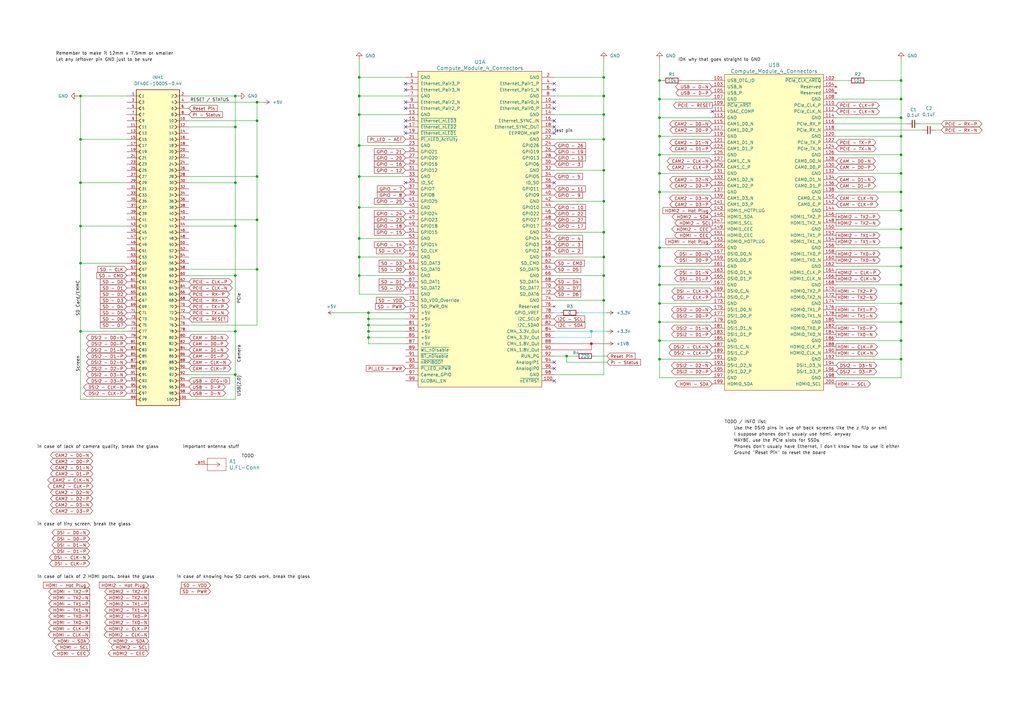
<source format=kicad_sch>
(kicad_sch (version 20250114) (generator "eeschema") (generator_version "9.0")
  (paper "A3")
  (title_block (date "2025-10-17") (rev "vOCT 17/2025") (comment 4 "Author: DevECoisas"))
  (junction (at 33.02 107.95))
  (junction (at 33.02 39.37))
  (junction (at 369.57 132.08))
  (junction (at 151.13 128.27))
  (junction (at 270.51 55.88))
  (junction (at 96.52 113.03))
  (junction (at 270.51 116.84))
  (junction (at 96.52 153.67))
  (junction (at 151.13 130.81))
  (junction (at 105.41 90.17))
  (junction (at 96.52 74.93))
  (junction (at 369.57 48.26))
  (junction (at 96.52 39.37))
  (junction (at 151.13 138.43))
  (junction (at 270.51 124.46))
  (junction (at 105.41 49.53))
  (junction (at 270.51 109.22))
  (junction (at 270.51 40.64))
  (junction (at 147.32 113.03))
  (junction (at 369.57 78.74))
  (junction (at 369.57 116.84))
  (junction (at 147.32 59.69))
  (junction (at 247.65 82.55))
  (junction (at 247.65 123.19))
  (junction (at 105.41 41.91))
  (junction (at 247.65 95.25))
  (junction (at 147.32 46.99))
  (junction (at 96.52 92.71))
  (junction (at 147.32 97.79))
  (junction (at 33.02 74.93))
  (junction (at 369.57 63.5))
  (junction (at 33.02 57.15))
  (junction (at 247.65 69.85))
  (junction (at 270.51 33.02))
  (junction (at 270.51 48.26))
  (junction (at 369.57 40.64))
  (junction (at 247.65 39.37))
  (junction (at 242.57 135.89) (color 0 194 194 1))
  (junction (at 242.57 140.97) (color 194 0 0 1))
  (junction (at 270.51 139.7))
  (junction (at 33.02 92.71))
  (junction (at 247.65 46.99))
  (junction (at 270.51 63.5))
  (junction (at 105.41 72.39))
  (junction (at 232.41 146.05))
  (junction (at 96.52 135.89))
  (junction (at 369.57 124.46))
  (junction (at 33.02 135.89))
  (junction (at 147.32 105.41))
  (junction (at 247.65 31.75))
  (junction (at 147.32 31.75))
  (junction (at 369.57 139.7))
  (junction (at 369.57 33.02))
  (junction (at 369.57 101.6))
  (junction (at 147.32 72.39))
  (junction (at 369.57 147.32))
  (junction (at 151.13 133.35))
  (junction (at 105.41 110.49))
  (junction (at 270.51 147.32))
  (junction (at 270.51 101.6))
  (junction (at 369.57 71.12))
  (junction (at 247.65 113.03))
  (junction (at 270.51 78.74))
  (junction (at 369.57 109.22))
  (junction (at 247.65 105.41))
  (junction (at 247.65 57.15))
  (junction (at 270.51 132.08))
  (junction (at 151.13 135.89))
  (junction (at 147.32 85.09))
  (junction (at 147.32 39.37))
  (junction (at 369.57 93.98))
  (junction (at 96.52 52.07))
  (junction (at 369.57 55.88))
  (junction (at 369.57 86.36))
  (junction (at 270.51 71.12))
  (no_connect (at 166.37 54.61))
  (no_connect (at 166.37 41.91))
  (no_connect (at 166.37 44.45))
  (no_connect (at 292.1 45.72))
  (no_connect (at 227.33 148.59))
  (no_connect (at 166.37 34.29))
  (no_connect (at 227.33 52.07))
  (no_connect (at 227.33 49.53))
  (no_connect (at 166.37 36.83))
  (no_connect (at 227.33 156.21))
  (no_connect (at 166.37 52.07))
  (no_connect (at 227.33 34.29))
  (no_connect (at 227.33 44.45))
  (no_connect (at 166.37 49.53))
  (no_connect (at 166.37 74.93))
  (no_connect (at 227.33 41.91))
  (no_connect (at 227.33 54.61))
  (no_connect (at 227.33 74.93))
  (no_connect (at 227.33 151.13))
  (no_connect (at 227.33 36.83))
  (wire (pts (xy 151.13 133.35) (xy 151.13 135.89)))
  (wire (pts (xy 96.52 113.03) (xy 96.52 135.89)))
  (wire (pts (xy 292.1 132.08) (xy 270.51 132.08)))
  (wire (pts (xy 33.02 107.95) (xy 33.02 135.89)))
  (wire (pts (xy 147.32 97.79) (xy 147.32 105.41)))
  (wire (pts (xy 77.47 39.37) (xy 96.52 39.37)))
  (wire (pts (xy 292.1 154.94) (xy 270.51 154.94)))
  (wire (pts (xy 151.13 135.89) (xy 166.37 135.89)))
  (wire (pts (xy 386.08 50.8) (xy 377.19 50.8)))
  (wire (pts (xy 236.22 146.05) (xy 232.41 146.05)))
  (wire (pts (xy 369.57 124.46) (xy 369.57 132.08)))
  (wire (pts (xy 147.32 59.69) (xy 147.32 46.99)))
  (wire (pts (xy 342.9 55.88) (xy 369.57 55.88)))
  (wire (pts (xy 105.41 133.35) (xy 105.41 110.49)))
  (wire (pts (xy 52.07 107.95) (xy 33.02 107.95)))
  (wire (pts (xy 372.11 50.8) (xy 342.9 50.8)))
  (wire (pts (xy 147.32 31.75) (xy 147.32 24.13)))
  (wire (pts (xy 147.32 113.03) (xy 147.32 120.65)))
  (wire (pts (xy 96.52 39.37) (xy 97.79 39.37)))
  (wire (pts (xy 227.33 123.19) (xy 247.65 123.19)))
  (wire (pts (xy 105.41 49.53) (xy 77.47 49.53)))
  (wire (pts (xy 227.33 95.25) (xy 247.65 95.25)))
  (wire (pts (xy 151.13 138.43) (xy 166.37 138.43)))
  (wire (pts (xy 369.57 71.12) (xy 369.57 78.74)))
  (wire (pts (xy 33.02 107.95) (xy 33.02 92.71)))
  (wire (pts (xy 147.32 31.75) (xy 166.37 31.75)))
  (wire (pts (xy 96.52 52.07) (xy 96.52 74.93)))
  (wire (pts (xy 342.9 71.12) (xy 369.57 71.12)))
  (wire (pts (xy 270.51 40.64) (xy 270.51 48.26)))
  (wire (pts (xy 342.9 124.46) (xy 369.57 124.46)))
  (wire (pts (xy 270.51 101.6) (xy 270.51 109.22)))
  (wire (pts (xy 342.9 154.94) (xy 369.57 154.94)))
  (wire (pts (xy 147.32 46.99) (xy 147.32 39.37)))
  (wire (pts (xy 270.51 63.5) (xy 270.51 71.12)))
  (wire (pts (xy 247.65 46.99) (xy 247.65 39.37)))
  (wire (pts (xy 342.9 86.36) (xy 369.57 86.36)))
  (wire (pts (xy 96.52 39.37) (xy 96.52 52.07)))
  (wire (pts (xy 270.51 33.02) (xy 270.51 40.64)))
  (wire (pts (xy 292.1 139.7) (xy 270.51 139.7)))
  (wire (pts (xy 227.33 46.99) (xy 247.65 46.99)))
  (wire (pts (xy 270.51 147.32) (xy 270.51 154.94)))
  (wire (pts (xy 227.33 128.27) (xy 229.87 128.27)) (stroke (width 0) (color 0 194 194 1)))
  (wire (pts (xy 342.9 48.26) (xy 369.57 48.26)))
  (wire (pts (xy 105.41 41.91) (xy 77.47 41.91)))
  (wire (pts (xy 270.51 139.7) (xy 270.51 147.32)))
  (wire (pts (xy 147.32 113.03) (xy 166.37 113.03)))
  (wire (pts (xy 227.33 82.55) (xy 247.65 82.55)))
  (wire (pts (xy 342.9 109.22) (xy 369.57 109.22)))
  (wire (pts (xy 105.41 41.91) (xy 107.95 41.91)))
  (wire (pts (xy 96.52 135.89) (xy 96.52 153.67)))
  (wire (pts (xy 369.57 55.88) (xy 369.57 63.5)))
  (wire (pts (xy 270.51 55.88) (xy 270.51 63.5)))
  (wire (pts (xy 33.02 39.37) (xy 31.75 39.37)))
  (wire (pts (xy 227.33 143.51) (xy 242.57 143.51)) (stroke (width 0) (color 194 0 0 1)))
  (wire (pts (xy 151.13 135.89) (xy 151.13 138.43)))
  (wire (pts (xy 77.47 113.03) (xy 96.52 113.03)))
  (wire (pts (xy 247.65 113.03) (xy 247.65 105.41)))
  (wire (pts (xy 147.32 46.99) (xy 166.37 46.99)))
  (wire (pts (xy 270.51 124.46) (xy 270.51 132.08)))
  (wire (pts (xy 292.1 55.88) (xy 270.51 55.88)))
  (wire (pts (xy 33.02 92.71) (xy 33.02 74.93)))
  (wire (pts (xy 105.41 90.17) (xy 105.41 110.49)))
  (wire (pts (xy 147.32 59.69) (xy 166.37 59.69)))
  (wire (pts (xy 227.33 138.43) (xy 242.57 138.43)) (stroke (width 0) (color 0 194 194 1)))
  (wire (pts (xy 166.37 128.27) (xy 151.13 128.27)))
  (wire (pts (xy 292.1 63.5) (xy 270.51 63.5)))
  (wire (pts (xy 77.47 163.83) (xy 96.52 163.83)))
  (wire (pts (xy 342.9 53.34) (xy 378.46 53.34)))
  (wire (pts (xy 105.41 90.17) (xy 77.47 90.17)))
  (wire (pts (xy 105.41 49.53) (xy 105.41 72.39)))
  (wire (pts (xy 369.57 63.5) (xy 369.57 71.12)))
  (wire (pts (xy 369.57 48.26) (xy 369.57 40.64)))
  (wire (pts (xy 227.33 69.85) (xy 247.65 69.85)))
  (wire (pts (xy 147.32 39.37) (xy 147.32 31.75)))
  (wire (pts (xy 166.37 105.41) (xy 147.32 105.41)))
  (wire (pts (xy 248.92 146.05) (xy 243.84 146.05)))
  (wire (pts (xy 247.65 105.41) (xy 247.65 95.25)))
  (wire (pts (xy 77.47 135.89) (xy 96.52 135.89)))
  (wire (pts (xy 147.32 97.79) (xy 147.32 85.09)))
  (wire (pts (xy 270.51 48.26) (xy 292.1 48.26)))
  (wire (pts (xy 247.65 95.25) (xy 247.65 82.55)))
  (wire (pts (xy 52.07 92.71) (xy 33.02 92.71)))
  (wire (pts (xy 247.65 39.37) (xy 247.65 31.75)))
  (wire (pts (xy 342.9 147.32) (xy 369.57 147.32)))
  (wire (pts (xy 147.32 39.37) (xy 166.37 39.37)))
  (wire (pts (xy 147.32 105.41) (xy 147.32 113.03)))
  (wire (pts (xy 342.9 63.5) (xy 369.57 63.5)))
  (wire (pts (xy 237.49 128.27) (xy 248.92 128.27)) (stroke (width 0) (color 0 194 194 1)))
  (wire (pts (xy 342.9 139.7) (xy 369.57 139.7)))
  (wire (pts (xy 270.51 116.84) (xy 270.51 124.46)))
  (wire (pts (xy 292.1 116.84) (xy 270.51 116.84)))
  (wire (pts (xy 369.57 78.74) (xy 369.57 86.36)))
  (wire (pts (xy 369.57 132.08) (xy 369.57 139.7)))
  (wire (pts (xy 342.9 40.64) (xy 369.57 40.64)))
  (wire (pts (xy 96.52 153.67) (xy 96.52 163.83)))
  (wire (pts (xy 151.13 128.27) (xy 151.13 130.81)))
  (wire (pts (xy 232.41 146.05) (xy 227.33 146.05)))
  (wire (pts (xy 227.33 31.75) (xy 247.65 31.75)))
  (wire (pts (xy 369.57 55.88) (xy 369.57 48.26)))
  (wire (pts (xy 147.32 85.09) (xy 166.37 85.09)))
  (wire (pts (xy 369.57 147.32) (xy 369.57 154.94)))
  (wire (pts (xy 247.65 57.15) (xy 247.65 46.99)))
  (wire (pts (xy 292.1 124.46) (xy 270.51 124.46)))
  (wire (pts (xy 227.33 113.03) (xy 247.65 113.03)))
  (wire (pts (xy 52.07 39.37) (xy 33.02 39.37)))
  (wire (pts (xy 270.51 71.12) (xy 270.51 78.74)))
  (wire (pts (xy 147.32 97.79) (xy 166.37 97.79)))
  (wire (pts (xy 355.6 33.02) (xy 369.57 33.02)))
  (wire (pts (xy 52.07 163.83) (xy 33.02 163.83)))
  (wire (pts (xy 383.54 53.34) (xy 386.08 53.34)))
  (wire (pts (xy 147.32 72.39) (xy 166.37 72.39)))
  (wire (pts (xy 369.57 86.36) (xy 369.57 93.98)))
  (wire (pts (xy 270.51 132.08) (xy 270.51 139.7)))
  (wire (pts (xy 342.9 78.74) (xy 369.57 78.74)))
  (wire (pts (xy 232.41 146.05) (xy 232.41 148.59)))
  (wire (pts (xy 227.33 57.15) (xy 247.65 57.15)))
  (wire (pts (xy 369.57 139.7) (xy 369.57 147.32)))
  (wire (pts (xy 33.02 39.37) (xy 33.02 57.15)))
  (wire (pts (xy 279.4 33.02) (xy 292.1 33.02)))
  (wire (pts (xy 270.51 101.6) (xy 292.1 101.6)))
  (wire (pts (xy 369.57 33.02) (xy 369.57 40.64)))
  (wire (pts (xy 242.57 135.89) (xy 242.57 138.43)) (stroke (width 0) (color 0 194 194 1)))
  (wire (pts (xy 270.51 78.74) (xy 270.51 101.6)))
  (wire (pts (xy 369.57 116.84) (xy 369.57 124.46)))
  (wire (pts (xy 247.65 123.19) (xy 247.65 113.03)))
  (wire (pts (xy 342.9 93.98) (xy 369.57 93.98)))
  (wire (pts (xy 105.41 49.53) (xy 105.41 41.91)))
  (wire (pts (xy 369.57 101.6) (xy 369.57 109.22)))
  (wire (pts (xy 151.13 138.43) (xy 151.13 140.97)))
  (wire (pts (xy 52.07 74.93) (xy 33.02 74.93)))
  (wire (pts (xy 151.13 140.97) (xy 166.37 140.97)))
  (wire (pts (xy 342.9 116.84) (xy 369.57 116.84)))
  (wire (pts (xy 77.47 92.71) (xy 96.52 92.71)))
  (wire (pts (xy 105.41 72.39) (xy 77.47 72.39)))
  (wire (pts (xy 227.33 39.37) (xy 247.65 39.37)))
  (wire (pts (xy 52.07 135.89) (xy 33.02 135.89)))
  (wire (pts (xy 227.33 135.89) (xy 242.57 135.89)) (stroke (width 0) (color 0 194 194 1)))
  (wire (pts (xy 247.65 153.67) (xy 247.65 123.19)))
  (wire (pts (xy 33.02 57.15) (xy 33.02 74.93)))
  (wire (pts (xy 166.37 133.35) (xy 151.13 133.35)))
  (wire (pts (xy 151.13 130.81) (xy 166.37 130.81)))
  (wire (pts (xy 369.57 93.98) (xy 369.57 101.6)))
  (wire (pts (xy 369.57 109.22) (xy 369.57 116.84)))
  (wire (pts (xy 105.41 90.17) (xy 105.41 72.39)))
  (wire (pts (xy 270.51 109.22) (xy 270.51 116.84)))
  (wire (pts (xy 247.65 69.85) (xy 247.65 57.15)))
  (wire (pts (xy 96.52 92.71) (xy 96.52 113.03)))
  (wire (pts (xy 227.33 105.41) (xy 247.65 105.41)))
  (wire (pts (xy 270.51 78.74) (xy 292.1 78.74)))
  (wire (pts (xy 33.02 135.89) (xy 33.02 163.83)))
  (wire (pts (xy 77.47 74.93) (xy 96.52 74.93)))
  (wire (pts (xy 369.57 33.02) (xy 369.57 24.13)))
  (wire (pts (xy 166.37 120.65) (xy 147.32 120.65)))
  (wire (pts (xy 105.41 110.49) (xy 77.47 110.49)))
  (wire (pts (xy 271.78 33.02) (xy 270.51 33.02)))
  (wire (pts (xy 270.51 40.64) (xy 292.1 40.64)))
  (wire (pts (xy 242.57 135.89) (xy 248.92 135.89)) (stroke (width 0) (color 0 194 194 1)))
  (wire (pts (xy 248.92 140.97) (xy 242.57 140.97)) (stroke (width 0) (color 194 0 0 1)))
  (wire (pts (xy 96.52 92.71) (xy 96.52 74.93)))
  (wire (pts (xy 342.9 101.6) (xy 369.57 101.6)))
  (wire (pts (xy 242.57 140.97) (xy 227.33 140.97)) (stroke (width 0) (color 194 0 0 1)))
  (wire (pts (xy 147.32 72.39) (xy 147.32 59.69)))
  (wire (pts (xy 342.9 33.02) (xy 347.98 33.02)))
  (wire (pts (xy 147.32 85.09) (xy 147.32 72.39)))
  (wire (pts (xy 77.47 153.67) (xy 96.52 153.67)))
  (wire (pts (xy 270.51 48.26) (xy 270.51 55.88)))
  (wire (pts (xy 242.57 143.51) (xy 242.57 140.97)) (stroke (width 0) (color 194 0 0 1)))
  (wire (pts (xy 247.65 82.55) (xy 247.65 69.85)))
  (wire (pts (xy 227.33 153.67) (xy 247.65 153.67)))
  (wire (pts (xy 292.1 147.32) (xy 270.51 147.32)))
  (wire (pts (xy 137.16 128.27) (xy 151.13 128.27)))
  (wire (pts (xy 77.47 52.07) (xy 96.52 52.07)))
  (wire (pts (xy 247.65 31.75) (xy 247.65 24.13)))
  (wire (pts (xy 77.47 133.35) (xy 105.41 133.35)))
  (wire (pts (xy 151.13 130.81) (xy 151.13 133.35)))
  (wire (pts (xy 52.07 57.15) (xy 33.02 57.15)))
  (wire (pts (xy 292.1 71.12) (xy 270.51 71.12)))
  (wire (pts (xy 270.51 24.13) (xy 270.51 33.02)))
  (wire (pts (xy 292.1 109.22) (xy 270.51 109.22)))
  (wire (pts (xy 342.9 132.08) (xy 369.57 132.08)))
  (wire (pts (xy 232.41 148.59) (xy 248.92 148.59)))
  (label "Ground \"Reset Pin\" to reset the board" (at 300.99 186.69 0))
  (label "in case of lack of camera quality, break the glass" (at 15.24 184.15 0))
  (label "I suppose phones don't usualy use hdmi, anyway" (at 300.99 179.07 0))
  (label "USB(2.0)" (at 99.06 162.56 90))
  (label "MAYBE, use the PCIe slots for SSDs" (at 300.99 181.61 0))
  (label "Phones don't usualy have Ethernet, i don't know how to use it either" (at 300.99 184.15 0))
  (label "SD Card{slash}EMMC" (at 33.02 129.54 90))
  (label "Screen" (at 33.02 152.4 90))
  (label "Use the DSI0 pins in use of back screens like the z flip or smt" (at 300.99 176.53 0))
  (label "IDK why that goes straight to GND" (at 278.13 25.4 0))
  (label "TODO {slash} INFO list:" (at 297.18 173.99 0))
  (label "RESET {slash} STATUS" (at 93.98 41.91 180))
  (label "test pin" (at 227.33 54.61 0))
  (label "important antenna stuff" (at 74.93 184.15 0))
  (label "TODO" (at 99.06 187.96 0))
  (label "in case of lack of 2 HDMI ports, break the glass" (at 15.24 237.49 0))
  (label "in case of tiny screen, break the glass" (at 15.24 215.9 0))
  (label "in case of knowing how SD cards work, break the glass" (at 72.39 237.49 0))
  (label "Remember to make it 12mm x 7.5mm or smaller" (at 22.86 22.86 0))
  (label "Let any leftover pin GND just to be sure" (at 22.86 25.4 0))
  (label "Camera" (at 99.06 148.59 90))
  (label "PCIe" (at 99.06 124.46 90))
  (global_label "PCIE - CLK-N" (shape bidirectional) (at 77.47 118.11 0) (property "Intersheetrefs" "${INTERSHEET_REFS}" (effects (hide yes))))
  (global_label "HDMI - TX2-P" (shape output) (at 342.9 119.38 0) (property "Intersheetrefs" "${INTERSHEET_REFS}" (effects (hide yes))))
  (global_label "PCIE - RX-P" (shape bidirectional) (at 77.47 120.65 0) (property "Intersheetrefs" "${INTERSHEET_REFS}" (effects (hide yes))))
  (global_label "PI - Status" (shape input) (at 248.92 148.59 0) (property "Intersheetrefs" "${INTERSHEET_REFS}" (effects (hide yes))))
  (global_label "CAM2 - D3-P" (shape bidirectional) (at 38.1 209.55 180) (property "Intersheetrefs" "${INTERSHEET_REFS}" (effects (hide yes))))
  (global_label "GPIO - 4" (shape input) (at 227.33 97.79 0) (property "Intersheetrefs" "${INTERSHEET_REFS}" (effects (hide yes))))
  (global_label "HDMI - TX1-N" (shape output) (at 342.9 129.54 0) (property "Intersheetrefs" "${INTERSHEET_REFS}" (effects (hide yes))))
  (global_label "CAM2 - CLK-P" (shape bidirectional) (at 38.1 199.39 180) (property "Intersheetrefs" "${INTERSHEET_REFS}" (effects (hide yes))))
  (global_label "DSI - CLK-N" (shape bidirectional) (at 292.1 119.38 180) (property "Intersheetrefs" "${INTERSHEET_REFS}" (effects (hide yes))))
  (global_label "GPIO - 7" (shape input) (at 166.37 77.47 180) (property "Intersheetrefs" "${INTERSHEET_REFS}" (effects (hide yes))))
  (global_label "GPIO - 5" (shape input) (at 227.33 72.39 0) (property "Intersheetrefs" "${INTERSHEET_REFS}" (effects (hide yes))))
  (global_label "SD - PWR" (shape input) (at 86.36 242.57 180) (property "Intersheetrefs" "${INTERSHEET_REFS}" (effects (hide yes))))
  (global_label "HDMI2 - TX2-N" (shape output) (at 342.9 91.44 0) (property "Intersheetrefs" "${INTERSHEET_REFS}" (effects (hide yes))))
  (global_label "HDMI2 - TX0-N" (shape output) (at 342.9 106.68 0) (property "Intersheetrefs" "${INTERSHEET_REFS}" (effects (hide yes))))
  (global_label "PCIE - TX-N" (shape bidirectional) (at 342.9 60.96 0) (property "Intersheetrefs" "${INTERSHEET_REFS}" (effects (hide yes))))
  (global_label "CAM2 - D3-N" (shape bidirectional) (at 38.1 207.01 180) (property "Intersheetrefs" "${INTERSHEET_REFS}" (effects (hide yes))))
  (global_label "GPIO - 17" (shape input) (at 227.33 92.71 0) (property "Intersheetrefs" "${INTERSHEET_REFS}" (effects (hide yes))))
  (global_label "PCIE - RESET" (shape output) (at 292.1 43.18 180) (property "Intersheetrefs" "${INTERSHEET_REFS}" (effects (hide yes))))
  (global_label "PCIE - TX-P" (shape bidirectional) (at 77.47 125.73 0) (property "Intersheetrefs" "${INTERSHEET_REFS}" (effects (hide yes))))
  (global_label "GPIO - 19" (shape input) (at 227.33 62.23 0) (property "Intersheetrefs" "${INTERSHEET_REFS}" (effects (hide yes))))
  (global_label "PCIE - RX-N" (shape bidirectional) (at 386.08 53.34 0) (property "Intersheetrefs" "${INTERSHEET_REFS}" (effects (hide yes))))
  (global_label "GPIO - 18" (shape input) (at 166.37 92.71 180) (property "Intersheetrefs" "${INTERSHEET_REFS}" (effects (hide yes))))
  (global_label "CAM - D0-P" (shape bidirectional) (at 342.9 68.58 0) (property "Intersheetrefs" "${INTERSHEET_REFS}" (effects (hide yes))))
  (global_label "CAM2 - D2-N" (shape bidirectional) (at 38.1 201.93 180) (property "Intersheetrefs" "${INTERSHEET_REFS}" (effects (hide yes))))
  (global_label "DSI2 - D3-N" (shape bidirectional) (at 342.9 149.86 0) (property "Intersheetrefs" "${INTERSHEET_REFS}" (effects (hide yes))))
  (global_label "CAM2 - D1-N" (shape bidirectional) (at 292.1 58.42 180) (property "Intersheetrefs" "${INTERSHEET_REFS}" (effects (hide yes))))
  (global_label "CAM2 - D0-P" (shape bidirectional) (at 38.1 189.23 180) (property "Intersheetrefs" "${INTERSHEET_REFS}" (effects (hide yes))))
  (global_label "DSI2 - D3-N" (shape bidirectional) (at 52.07 153.67 180) (property "Intersheetrefs" "${INTERSHEET_REFS}" (effects (hide yes))))
  (global_label "HDMI - SDA" (shape bidirectional) (at 36.83 262.89 180) (property "Intersheetrefs" "${INTERSHEET_REFS}" (effects (hide yes))))
  (global_label "SD - VDD" (shape input) (at 166.37 123.19 180) (property "Intersheetrefs" "${INTERSHEET_REFS}" (effects (hide yes))))
  (global_label "DSI - D0-N" (shape bidirectional) (at 292.1 104.14 180) (property "Intersheetrefs" "${INTERSHEET_REFS}" (effects (hide yes))))
  (global_label "DSI2 - CLK-N" (shape bidirectional) (at 292.1 142.24 180) (property "Intersheetrefs" "${INTERSHEET_REFS}" (effects (hide yes))))
  (global_label "HDMI2 - CLK-P" (shape output) (at 60.96 257.81 180) (property "Intersheetrefs" "${INTERSHEET_REFS}" (effects (hide yes))))
  (global_label "SD - CMD" (shape input) (at 52.07 113.03 180) (property "Intersheetrefs" "${INTERSHEET_REFS}" (effects (hide yes))))
  (global_label "GPIO - 8" (shape input) (at 166.37 80.01 180) (property "Intersheetrefs" "${INTERSHEET_REFS}" (effects (hide yes))))
  (global_label "HDMI - TX2-N" (shape output) (at 36.83 245.11 180) (property "Intersheetrefs" "${INTERSHEET_REFS}" (effects (hide yes))))
  (global_label "DSI2 - D1-P" (shape bidirectional) (at 292.1 137.16 180) (property "Intersheetrefs" "${INTERSHEET_REFS}" (effects (hide yes))))
  (global_label "CAM2 - D2-P" (shape bidirectional) (at 38.1 204.47 180) (property "Intersheetrefs" "${INTERSHEET_REFS}" (effects (hide yes))))
  (global_label "HDMI - TX1-P" (shape output) (at 36.83 247.65 180) (property "Intersheetrefs" "${INTERSHEET_REFS}" (effects (hide yes))))
  (global_label "CAM2 - D1-N" (shape bidirectional) (at 38.1 191.77 180) (property "Intersheetrefs" "${INTERSHEET_REFS}" (effects (hide yes))))
  (global_label "DSI - D0-P" (shape bidirectional) (at 292.1 106.68 180) (property "Intersheetrefs" "${INTERSHEET_REFS}" (effects (hide yes))))
  (global_label "CAM - D1-P" (shape bidirectional) (at 77.47 146.05 0) (property "Intersheetrefs" "${INTERSHEET_REFS}" (effects (hide yes))))
  (global_label "DSI - CLK-P" (shape bidirectional) (at 292.1 121.92 180) (property "Intersheetrefs" "${INTERSHEET_REFS}" (effects (hide yes))))
  (global_label "SD - D6" (shape input) (at 52.07 130.81 180) (property "Intersheetrefs" "${INTERSHEET_REFS}" (effects (hide yes))))
  (global_label "HDMI2 - TX0-P" (shape output) (at 342.9 104.14 0) (property "Intersheetrefs" "${INTERSHEET_REFS}" (effects (hide yes))))
  (global_label "GPIO - 11" (shape input) (at 227.33 77.47 0) (property "Intersheetrefs" "${INTERSHEET_REFS}" (effects (hide yes))))
  (global_label "HDMI2 - CEC" (shape bidirectional) (at 60.96 267.97 180) (property "Intersheetrefs" "${INTERSHEET_REFS}" (effects (hide yes))))
  (global_label "USB - D-N" (shape bidirectional) (at 77.47 161.29 0) (property "Intersheetrefs" "${INTERSHEET_REFS}" (effects (hide yes))))
  (global_label "HDMI2 - Hot Plug" (shape input) (at 292.1 86.36 180) (property "Intersheetrefs" "${INTERSHEET_REFS}" (effects (hide yes))))
  (global_label "DSI2 - D0-P" (shape bidirectional) (at 292.1 129.54 180) (property "Intersheetrefs" "${INTERSHEET_REFS}" (effects (hide yes))))
  (global_label "HDMI - SCL" (shape output) (at 342.9 157.48 0) (property "Intersheetrefs" "${INTERSHEET_REFS}" (effects (hide yes))))
  (global_label "HDMI - TX1-N" (shape output) (at 36.83 250.19 180) (property "Intersheetrefs" "${INTERSHEET_REFS}" (effects (hide yes))))
  (global_label "SD - D4" (shape input) (at 227.33 115.57 0) (property "Intersheetrefs" "${INTERSHEET_REFS}" (effects (hide yes))))
  (global_label "GPIO - 27" (shape input) (at 227.33 90.17 0) (property "Intersheetrefs" "${INTERSHEET_REFS}" (effects (hide yes))))
  (global_label "CAM2 - D1-P" (shape bidirectional) (at 292.1 60.96 180) (property "Intersheetrefs" "${INTERSHEET_REFS}" (effects (hide yes))))
  (global_label "DSI - D0-P" (shape bidirectional) (at 36.83 220.98 180) (property "Intersheetrefs" "${INTERSHEET_REFS}" (effects (hide yes))))
  (global_label "HDMI2 - CEC" (shape bidirectional) (at 292.1 93.98 180) (property "Intersheetrefs" "${INTERSHEET_REFS}" (effects (hide yes))))
  (global_label "HDMI2 - SCL" (shape output) (at 292.1 91.44 180) (property "Intersheetrefs" "${INTERSHEET_REFS}" (effects (hide yes))))
  (global_label "USB - D-N" (shape bidirectional) (at 292.1 35.56 180) (property "Intersheetrefs" "${INTERSHEET_REFS}" (effects (hide yes))))
  (global_label "CAM - D1-N" (shape bidirectional) (at 77.47 143.51 0) (property "Intersheetrefs" "${INTERSHEET_REFS}" (effects (hide yes))))
  (global_label "GPIO - 22" (shape input) (at 227.33 87.63 0) (property "Intersheetrefs" "${INTERSHEET_REFS}" (effects (hide yes))))
  (global_label "DSI2 - CLK-P" (shape bidirectional) (at 292.1 144.78 180) (property "Intersheetrefs" "${INTERSHEET_REFS}" (effects (hide yes))))
  (global_label "SD - PWR" (shape input) (at 166.37 125.73 180) (property "Intersheetrefs" "${INTERSHEET_REFS}" (effects (hide yes))))
  (global_label "DSI - D1-P" (shape bidirectional) (at 292.1 114.3 180) (property "Intersheetrefs" "${INTERSHEET_REFS}" (effects (hide yes))))
  (global_label "CAM2 - D3-P" (shape bidirectional) (at 292.1 83.82 180) (property "Intersheetrefs" "${INTERSHEET_REFS}" (effects (hide yes))))
  (global_label "DSI - CLK-P" (shape bidirectional) (at 36.83 231.14 180) (property "Intersheetrefs" "${INTERSHEET_REFS}" (effects (hide yes))))
  (global_label "DSI2 - D3-P" (shape bidirectional) (at 52.07 156.21 180) (property "Intersheetrefs" "${INTERSHEET_REFS}" (effects (hide yes))))
  (global_label "HDMI2 - TX0-N" (shape output) (at 60.96 255.27 180) (property "Intersheetrefs" "${INTERSHEET_REFS}" (effects (hide yes))))
  (global_label "HDMI2 - CLK-N" (shape output) (at 342.9 114.3 0) (property "Intersheetrefs" "${INTERSHEET_REFS}" (effects (hide yes))))
  (global_label "SD - CLK" (shape input) (at 52.07 110.49 180) (property "Intersheetrefs" "${INTERSHEET_REFS}" (effects (hide yes))))
  (global_label "CAM - D0-N" (shape bidirectional) (at 342.9 66.04 0) (property "Intersheetrefs" "${INTERSHEET_REFS}" (effects (hide yes))))
  (global_label "CAM - D1-P" (shape bidirectional) (at 342.9 76.2 0) (property "Intersheetrefs" "${INTERSHEET_REFS}" (effects (hide yes))))
  (global_label "DSI - D0-N" (shape bidirectional) (at 36.83 218.44 180) (property "Intersheetrefs" "${INTERSHEET_REFS}" (effects (hide yes))))
  (global_label "SD - D6" (shape input) (at 227.33 120.65 0) (property "Intersheetrefs" "${INTERSHEET_REFS}" (effects (hide yes))))
  (global_label "HDMI - TX0-N" (shape output) (at 36.83 255.27 180) (property "Intersheetrefs" "${INTERSHEET_REFS}" (effects (hide yes))))
  (global_label "GPIO - 12" (shape input) (at 166.37 69.85 180) (property "Intersheetrefs" "${INTERSHEET_REFS}" (effects (hide yes))))
  (global_label "DSI2 - CLK-N" (shape bidirectional) (at 52.07 158.75 180) (property "Intersheetrefs" "${INTERSHEET_REFS}" (effects (hide yes))))
  (global_label "DSI - D1-P" (shape bidirectional) (at 36.83 226.06 180) (property "Intersheetrefs" "${INTERSHEET_REFS}" (effects (hide yes))))
  (global_label "PI - Status" (shape input) (at 77.47 46.99 0) (property "Intersheetrefs" "${INTERSHEET_REFS}" (effects (hide yes))))
  (global_label "DSI2 - D2-N" (shape bidirectional) (at 292.1 149.86 180) (property "Intersheetrefs" "${INTERSHEET_REFS}" (effects (hide yes))))
  (global_label "DSI2 - D1-P" (shape bidirectional) (at 52.07 146.05 180) (property "Intersheetrefs" "${INTERSHEET_REFS}" (effects (hide yes))))
  (global_label "SD - CLK" (shape input) (at 166.37 102.87 180) (property "Intersheetrefs" "${INTERSHEET_REFS}" (effects (hide yes))))
  (global_label "DSI2 - D0-P" (shape bidirectional) (at 52.07 140.97 180) (property "Intersheetrefs" "${INTERSHEET_REFS}" (effects (hide yes))))
  (global_label "CAM - D1-N" (shape bidirectional) (at 342.9 73.66 0) (property "Intersheetrefs" "${INTERSHEET_REFS}" (effects (hide yes))))
  (global_label "GPIO - 15" (shape input) (at 166.37 95.25 180) (property "Intersheetrefs" "${INTERSHEET_REFS}" (effects (hide yes))))
  (global_label "HDMI - Hot Plug" (shape input) (at 36.83 240.03 180) (property "Intersheetrefs" "${INTERSHEET_REFS}" (effects (hide yes))))
  (global_label "SD - D0" (shape input) (at 166.37 110.49 180) (property "Intersheetrefs" "${INTERSHEET_REFS}" (effects (hide yes))))
  (global_label "Reset Pin" (shape input) (at 77.47 44.45 0) (property "Intersheetrefs" "${INTERSHEET_REFS}" (effects (hide yes))))
  (global_label "SD - D7" (shape input) (at 227.33 118.11 0) (property "Intersheetrefs" "${INTERSHEET_REFS}" (effects (hide yes))))
  (global_label "CAM2 - D0-N" (shape bidirectional) (at 292.1 50.8 180) (property "Intersheetrefs" "${INTERSHEET_REFS}" (effects (hide yes))))
  (global_label "CAM - CLK-P" (shape bidirectional) (at 342.9 83.82 0) (property "Intersheetrefs" "${INTERSHEET_REFS}" (effects (hide yes))))
  (global_label "DSI2 - D3-P" (shape bidirectional) (at 342.9 152.4 0) (property "Intersheetrefs" "${INTERSHEET_REFS}" (effects (hide yes))))
  (global_label "HDMI2 - TX2-P" (shape output) (at 342.9 88.9 0) (property "Intersheetrefs" "${INTERSHEET_REFS}" (effects (hide yes))))
  (global_label "PCIE - RESET" (shape input) (at 77.47 130.81 0) (property "Intersheetrefs" "${INTERSHEET_REFS}" (effects (hide yes))))
  (global_label "DSI2 - D0-N" (shape bidirectional) (at 52.07 138.43 180) (property "Intersheetrefs" "${INTERSHEET_REFS}" (effects (hide yes))))
  (global_label "SD - D1" (shape input) (at 166.37 115.57 180) (property "Intersheetrefs" "${INTERSHEET_REFS}" (effects (hide yes))))
  (global_label "GPIO - 24" (shape input) (at 166.37 87.63 180) (property "Intersheetrefs" "${INTERSHEET_REFS}" (effects (hide yes))))
  (global_label "CAM - D0-P" (shape bidirectional) (at 77.47 140.97 0) (property "Intersheetrefs" "${INTERSHEET_REFS}" (effects (hide yes))))
  (global_label "DSI - D1-N" (shape bidirectional) (at 36.83 223.52 180) (property "Intersheetrefs" "${INTERSHEET_REFS}" (effects (hide yes))))
  (global_label "CAM2 - D3-N" (shape bidirectional) (at 292.1 81.28 180) (property "Intersheetrefs" "${INTERSHEET_REFS}" (effects (hide yes))))
  (global_label "HDMI - TX0-P" (shape output) (at 342.9 134.62 0) (property "Intersheetrefs" "${INTERSHEET_REFS}" (effects (hide yes))))
  (global_label "USB - D-P" (shape bidirectional) (at 292.1 38.1 180) (property "Intersheetrefs" "${INTERSHEET_REFS}" (effects (hide yes))))
  (global_label "HDMI - TX0-N" (shape output) (at 342.9 137.16 0) (property "Intersheetrefs" "${INTERSHEET_REFS}" (effects (hide yes))))
  (global_label "HDMI2 - CLK-P" (shape output) (at 342.9 111.76 0) (property "Intersheetrefs" "${INTERSHEET_REFS}" (effects (hide yes))))
  (global_label "HDMI2 - SCL" (shape output) (at 60.96 265.43 180) (property "Intersheetrefs" "${INTERSHEET_REFS}" (effects (hide yes))))
  (global_label "GPIO - 3" (shape input) (at 227.33 67.31 0) (property "Intersheetrefs" "${INTERSHEET_REFS}" (effects (hide yes))))
  (global_label "PCIE - RX-N" (shape bidirectional) (at 77.47 123.19 0) (property "Intersheetrefs" "${INTERSHEET_REFS}" (effects (hide yes))))
  (global_label "I2C - SDA" (shape input) (at 227.33 133.35 0) (property "Intersheetrefs" "${INTERSHEET_REFS}" (effects (hide yes))))
  (global_label "GPIO - 21" (shape input) (at 166.37 62.23 180) (property "Intersheetrefs" "${INTERSHEET_REFS}" (effects (hide yes))))
  (global_label "GPIO - 13" (shape input) (at 227.33 64.77 0) (property "Intersheetrefs" "${INTERSHEET_REFS}" (effects (hide yes))))
  (global_label "DSI2 - D1-N" (shape bidirectional) (at 292.1 134.62 180) (property "Intersheetrefs" "${INTERSHEET_REFS}" (effects (hide yes))))
  (global_label "HDMI - SDA" (shape bidirectional) (at 292.1 157.48 180) (property "Intersheetrefs" "${INTERSHEET_REFS}" (effects (hide yes))))
  (global_label "PCIE - CLK-N" (shape bidirectional) (at 342.9 45.72 0) (property "Intersheetrefs" "${INTERSHEET_REFS}" (effects (hide yes))))
  (global_label "USB - D-P" (shape bidirectional) (at 77.47 158.75 0) (property "Intersheetrefs" "${INTERSHEET_REFS}" (effects (hide yes))))
  (global_label "GPIO - 20" (shape input) (at 166.37 64.77 180) (property "Intersheetrefs" "${INTERSHEET_REFS}" (effects (hide yes))))
  (global_label "HDMI - SCL" (shape output) (at 36.83 265.43 180) (property "Intersheetrefs" "${INTERSHEET_REFS}" (effects (hide yes))))
  (global_label "DSI2 - D2-P" (shape bidirectional) (at 292.1 152.4 180) (property "Intersheetrefs" "${INTERSHEET_REFS}" (effects (hide yes))))
  (global_label "DSI2 - D2-P" (shape bidirectional) (at 52.07 151.13 180) (property "Intersheetrefs" "${INTERSHEET_REFS}" (effects (hide yes))))
  (global_label "DSI2 - D2-N" (shape bidirectional) (at 52.07 148.59 180) (property "Intersheetrefs" "${INTERSHEET_REFS}" (effects (hide yes))))
  (global_label "CAM - CLK-P" (shape bidirectional) (at 77.47 151.13 0) (property "Intersheetrefs" "${INTERSHEET_REFS}" (effects (hide yes))))
  (global_label "CAM2 - D2-N" (shape bidirectional) (at 292.1 73.66 180) (property "Intersheetrefs" "${INTERSHEET_REFS}" (effects (hide yes))))
  (global_label "GPIO - 10" (shape input) (at 227.33 85.09 0) (property "Intersheetrefs" "${INTERSHEET_REFS}" (effects (hide yes))))
  (global_label "HDMI2 - TX2-N" (shape output) (at 60.96 245.11 180) (property "Intersheetrefs" "${INTERSHEET_REFS}" (effects (hide yes))))
  (global_label "HDMI - TX2-N" (shape output) (at 342.9 121.92 0) (property "Intersheetrefs" "${INTERSHEET_REFS}" (effects (hide yes))))
  (global_label "SD - D0" (shape input) (at 52.07 115.57 180) (property "Intersheetrefs" "${INTERSHEET_REFS}" (effects (hide yes))))
  (global_label "SD - D2" (shape input) (at 166.37 118.11 180) (property "Intersheetrefs" "${INTERSHEET_REFS}" (effects (hide yes))))
  (global_label "SD - VDD" (shape input) (at 86.36 240.03 180) (property "Intersheetrefs" "${INTERSHEET_REFS}" (effects (hide yes))))
  (global_label "PCIE - CLK-P" (shape bidirectional) (at 77.47 115.57 0) (property "Intersheetrefs" "${INTERSHEET_REFS}" (effects (hide yes))))
  (global_label "CAM2 - D0-P" (shape bidirectional) (at 292.1 53.34 180) (property "Intersheetrefs" "${INTERSHEET_REFS}" (effects (hide yes))))
  (global_label "HDMI2 - SDA" (shape bidirectional) (at 292.1 88.9 180) (property "Intersheetrefs" "${INTERSHEET_REFS}" (effects (hide yes))))
  (global_label "GPIO - 26" (shape input) (at 227.33 59.69 0) (property "Intersheetrefs" "${INTERSHEET_REFS}" (effects (hide yes))))
  (global_label "HDMI2 - TX1-P" (shape output) (at 342.9 96.52 0) (property "Intersheetrefs" "${INTERSHEET_REFS}" (effects (hide yes))))
  (global_label "SD - D5" (shape input) (at 52.07 128.27 180) (property "Intersheetrefs" "${INTERSHEET_REFS}" (effects (hide yes))))
  (global_label "SD - D4" (shape input) (at 52.07 125.73 180) (property "Intersheetrefs" "${INTERSHEET_REFS}" (effects (hide yes))))
  (global_label "HDMI2 - TX1-N" (shape output) (at 342.9 99.06 0) (property "Intersheetrefs" "${INTERSHEET_REFS}" (effects (hide yes))))
  (global_label "CAM2 - D0-N" (shape bidirectional) (at 38.1 186.69 180) (property "Intersheetrefs" "${INTERSHEET_REFS}" (effects (hide yes))))
  (global_label "CAM2 - CLK-N" (shape bidirectional) (at 292.1 66.04 180) (property "Intersheetrefs" "${INTERSHEET_REFS}" (effects (hide yes))))
  (global_label "SD - D2" (shape input) (at 52.07 120.65 180) (property "Intersheetrefs" "${INTERSHEET_REFS}" (effects (hide yes))))
  (global_label "GPIO - 23" (shape input) (at 166.37 90.17 180) (property "Intersheetrefs" "${INTERSHEET_REFS}" (effects (hide yes))))
  (global_label "HDMI - TX2-P" (shape output) (at 36.83 242.57 180) (property "Intersheetrefs" "${INTERSHEET_REFS}" (effects (hide yes))))
  (global_label "GPIO - 3" (shape input) (at 227.33 100.33 0) (property "Intersheetrefs" "${INTERSHEET_REFS}" (effects (hide yes))))
  (global_label "Reset Pin" (shape input) (at 248.92 146.05 0) (property "Intersheetrefs" "${INTERSHEET_REFS}" (effects (hide yes))))
  (global_label "HDMI2 - SDA" (shape bidirectional) (at 60.96 262.89 180) (property "Intersheetrefs" "${INTERSHEET_REFS}" (effects (hide yes))))
  (global_label "CAM2 - CLK-P" (shape bidirectional) (at 292.1 68.58 180) (property "Intersheetrefs" "${INTERSHEET_REFS}" (effects (hide yes))))
  (global_label "HDMI - TX1-P" (shape output) (at 342.9 127 0) (property "Intersheetrefs" "${INTERSHEET_REFS}" (effects (hide yes))))
  (global_label "DSI - CLK-N" (shape bidirectional) (at 36.83 228.6 180) (property "Intersheetrefs" "${INTERSHEET_REFS}" (effects (hide yes))))
  (global_label "HDMI2 - TX1-P" (shape output) (at 60.96 247.65 180) (property "Intersheetrefs" "${INTERSHEET_REFS}" (effects (hide yes))))
  (global_label "PCIE - CLK-P" (shape bidirectional) (at 342.9 43.18 0) (property "Intersheetrefs" "${INTERSHEET_REFS}" (effects (hide yes))))
  (global_label "CAM - CLK-N" (shape bidirectional) (at 77.47 148.59 0) (property "Intersheetrefs" "${INTERSHEET_REFS}" (effects (hide yes))))
  (global_label "HDMI2 - TX1-N" (shape output) (at 60.96 250.19 180) (property "Intersheetrefs" "${INTERSHEET_REFS}" (effects (hide yes))))
  (global_label "USB - OTG-ID" (shape input) (at 77.47 156.21 0) (property "Intersheetrefs" "${INTERSHEET_REFS}" (effects (hide yes))))
  (global_label "SD - D5" (shape input) (at 227.33 110.49 0) (property "Intersheetrefs" "${INTERSHEET_REFS}" (effects (hide yes))))
  (global_label "GPIO - 25" (shape input) (at 166.37 82.55 180) (property "Intersheetrefs" "${INTERSHEET_REFS}" (effects (hide yes))))
  (global_label "PCIE - RX-P" (shape bidirectional) (at 386.08 50.8 0) (property "Intersheetrefs" "${INTERSHEET_REFS}" (effects (hide yes))))
  (global_label "HDMI2 - TX0-P" (shape output) (at 60.96 252.73 180) (property "Intersheetrefs" "${INTERSHEET_REFS}" (effects (hide yes))))
  (global_label "HDMI - TX0-P" (shape output) (at 36.83 252.73 180) (property "Intersheetrefs" "${INTERSHEET_REFS}" (effects (hide yes))))
  (global_label "CAM - D0-N" (shape bidirectional) (at 77.47 138.43 0) (property "Intersheetrefs" "${INTERSHEET_REFS}" (effects (hide yes))))
  (global_label "DSI2 - CLK-P" (shape bidirectional) (at 52.07 161.29 180) (property "Intersheetrefs" "${INTERSHEET_REFS}" (effects (hide yes))))
  (global_label "GPIO - 9" (shape input) (at 227.33 80.01 0) (property "Intersheetrefs" "${INTERSHEET_REFS}" (effects (hide yes))))
  (global_label "DSI2 - D1-N" (shape bidirectional) (at 52.07 143.51 180) (property "Intersheetrefs" "${INTERSHEET_REFS}" (effects (hide yes))))
  (global_label "PCIE - TX-P" (shape bidirectional) (at 342.9 58.42 0) (property "Intersheetrefs" "${INTERSHEET_REFS}" (effects (hide yes))))
  (global_label "GPIO - 14" (shape input) (at 166.37 100.33 180) (property "Intersheetrefs" "${INTERSHEET_REFS}" (effects (hide yes))))
  (global_label "GPIO - 16" (shape input) (at 166.37 67.31 180) (property "Intersheetrefs" "${INTERSHEET_REFS}" (effects (hide yes))))
  (global_label "HDMI - Hot Plug" (shape input) (at 292.1 99.06 180) (property "Intersheetrefs" "${INTERSHEET_REFS}" (effects (hide yes))))
  (global_label "DSI2 - D0-N" (shape bidirectional) (at 292.1 127 180) (property "Intersheetrefs" "${INTERSHEET_REFS}" (effects (hide yes))))
  (global_label "HDMI - CLK-P" (shape output) (at 36.83 257.81 180) (property "Intersheetrefs" "${INTERSHEET_REFS}" (effects (hide yes))))
  (global_label "PI_LED - ACT" (shape input) (at 166.37 57.15 180) (property "Intersheetrefs" "${INTERSHEET_REFS}" (effects (hide yes))))
  (global_label "HDMI - CLK-P" (shape output) (at 342.9 142.24 0) (property "Intersheetrefs" "${INTERSHEET_REFS}" (effects (hide yes))))
  (global_label "CAM2 - D2-P" (shape bidirectional) (at 292.1 76.2 180) (property "Intersheetrefs" "${INTERSHEET_REFS}" (effects (hide yes))))
  (global_label "PI_LED - PWR" (shape input) (at 166.37 151.13 180) (property "Intersheetrefs" "${INTERSHEET_REFS}" (effects (hide yes))))
  (global_label "SD - D1" (shape input) (at 52.07 118.11 180) (property "Intersheetrefs" "${INTERSHEET_REFS}" (effects (hide yes))))
  (global_label "HDMI2 - TX2-P" (shape output) (at 60.96 242.57 180) (property "Intersheetrefs" "${INTERSHEET_REFS}" (effects (hide yes))))
  (global_label "PCIE - TX-N" (shape bidirectional) (at 77.47 128.27 0) (property "Intersheetrefs" "${INTERSHEET_REFS}" (effects (hide yes))))
  (global_label "CAM2 - CLK-N" (shape bidirectional) (at 38.1 196.85 180) (property "Intersheetrefs" "${INTERSHEET_REFS}" (effects (hide yes))))
  (global_label "I2C - SCL" (shape input) (at 227.33 130.81 0) (property "Intersheetrefs" "${INTERSHEET_REFS}" (effects (hide yes))))
  (global_label "HDMI - CLK-N" (shape output) (at 36.83 260.35 180) (property "Intersheetrefs" "${INTERSHEET_REFS}" (effects (hide yes))))
  (global_label "DSI - D1-N" (shape bidirectional) (at 292.1 111.76 180) (property "Intersheetrefs" "${INTERSHEET_REFS}" (effects (hide yes))))
  (global_label "SD - D7" (shape input) (at 52.07 133.35 180) (property "Intersheetrefs" "${INTERSHEET_REFS}" (effects (hide yes))))
  (global_label "HDMI2 - Hot Plug" (shape input) (at 60.96 240.03 180) (property "Intersheetrefs" "${INTERSHEET_REFS}" (effects (hide yes))))
  (global_label "CAM - CLK-N" (shape bidirectional) (at 342.9 81.28 0) (property "Intersheetrefs" "${INTERSHEET_REFS}" (effects (hide yes))))
  (global_label "CAM2 - D1-P" (shape bidirectional) (at 38.1 194.31 180) (property "Intersheetrefs" "${INTERSHEET_REFS}" (effects (hide yes))))
  (global_label "GPIO - 2" (shape input) (at 227.33 102.87 0) (property "Intersheetrefs" "${INTERSHEET_REFS}" (effects (hide yes))))
  (global_label "HDMI2 - CLK-N" (shape output) (at 60.96 260.35 180) (property "Intersheetrefs" "${INTERSHEET_REFS}" (effects (hide yes))))
  (global_label "HDMI - CLK-N" (shape output) (at 342.9 144.78 0) (property "Intersheetrefs" "${INTERSHEET_REFS}" (effects (hide yes))))
  (global_label "HDMI - CEC" (shape bidirectional) (at 36.83 267.97 180) (property "Intersheetrefs" "${INTERSHEET_REFS}" (effects (hide yes))))
  (global_label "SD - D3" (shape input) (at 166.37 107.95 180) (property "Intersheetrefs" "${INTERSHEET_REFS}" (effects (hide yes))))
  (global_label "HDMI - CEC" (shape bidirectional) (at 292.1 96.52 180) (property "Intersheetrefs" "${INTERSHEET_REFS}" (effects (hide yes))))
  (global_label "SD - D3" (shape input) (at 52.07 123.19 180) (property "Intersheetrefs" "${INTERSHEET_REFS}" (effects (hide yes))))
  (global_label "SD - CMD" (shape input) (at 227.33 107.95 0) (property "Intersheetrefs" "${INTERSHEET_REFS}" (effects (hide yes))))
  (symbol (lib_id "Device:C_Small") (at 374.65 50.8 270) (unit 1)
    (property "Reference" "C1" (at 374.65 44.9834 90))
    (property "Value" "0.1uF" (at 374.65 47.2948 90))
    (property "Footprint" "Capacitor_SMD:C_0805_2012Metric" (effects (hide yes)))
    (property "MPN" "CC0402KRX7R7BB104" (effects (hide yes)))
    (property "Manufacturer" "Yageo" (effects (hide yes)))
    (property "LCSC" "C60474" (effects (hide yes)))
    (property "Number" "0805B104K201DC" (effects (hide yes)))
  )
  (symbol (lib_id "Device:C_Small") (at 381 53.34 270) (unit 1)
    (property "Reference" "C2" (at 381 44.45 90))
    (property "Value" "0.1uF" (at 381 46.99 90))
    (property "Footprint" "Capacitor_SMD:C_0805_2012Metric" (effects (hide yes)))
    (property "MPN" "CC0402KRX7R7BB104" (effects (hide yes)))
    (property "Manufacturer" "Yageo" (effects (hide yes)))
    (property "LCSC" "C60474" (effects (hide yes)))
    (property "Number" "0805B104K201DC" (effects (hide yes)))
  )
  (symbol (lib_id "power:GND") (at 247.65 24.13 180) (unit 1)
    (property "Reference" "#PWR03" (effects (hide yes)))
    (property "Value" "GND" (at 250.19 22.8599 0) (effects (justify right)))
    (property "Description" "Power symbol creates a global label with name \"GND\" , ground" (effects (hide yes)))
  )
  (symbol (lib_id "Device:R") (at 233.68 128.27 90) (unit 1)
    (property "Reference" "R3" (at 233.68 125.73 90))
    (property "Value" "0" (at 233.68 128.27 90))
    (property "Footprint" "Resistor_SMD:R_0805_2012Metric" (effects (hide yes)))
    (property "Description" "Resistor" (effects (hide yes)))
  )
  (symbol (lib_id "Raspberry_Pi_Compute_Module_4:Compute_Module_4_Connectors") (at 292.1 33.02 0) (unit 2)
    (property "Reference" "U1" (at 317.5 26.67 0) (effects (font (size 1.524 1.524))))
    (property "Value" "Compute_Module_4_Connectors" (at 317.5 29.21 0) (effects (font (size 1.524 1.524))))
    (property "Footprint" "SPIRIT-footprints:Raspberry-Pi-4-Compute-Module" (effects (hide yes)))
  )
  (symbol (lib_id "Device:R") (at 351.79 33.02 90) (unit 1)
    (property "Reference" "R2" (at 351.79 30.48 90))
    (property "Value" "10k" (at 351.79 33.02 90))
    (property "Footprint" "Resistor_SMD:R_0805_2012Metric" (effects (hide yes)))
    (property "Description" "Resistor" (effects (hide yes)))
  )
  (symbol (lib_id "power:GND") (at 31.75 39.37 270) (unit 1)
    (property "Reference" "#PWR01" (effects (hide yes)))
    (property "Value" "GND" (at 27.94 39.3699 90) (effects (justify right)))
    (property "Description" "Power symbol creates a global label with name \"GND\" , ground" (effects (hide yes)))
  )
  (symbol (lib_id "power:+5V") (at 107.95 41.91 270) (unit 1)
    (property "Reference" "#PWR07" (effects (hide yes)))
    (property "Value" "+5V" (at 111.76 41.9099 90) (effects (justify left)))
    (property "Description" "Power symbol creates a global label with name \"+5V\"" (effects (hide yes)))
  )
  (symbol (lib_id "power:GND") (at 147.32 24.13 180) (unit 1)
    (property "Reference" "#PWR04" (effects (hide yes)))
    (property "Value" "GND" (at 149.86 22.8599 0) (effects (justify right)))
    (property "Description" "Power symbol creates a global label with name \"GND\" , ground" (effects (hide yes)))
  )
  (symbol (lib_id "Device:R") (at 275.59 33.02 90) (unit 1)
    (property "Reference" "R1" (at 275.59 30.48 90))
    (property "Value" "10k" (at 275.59 33.02 90))
    (property "Footprint" "Resistor_SMD:R_0805_2012Metric" (effects (hide yes)))
    (property "Description" "Resistor" (effects (hide yes)))
  )
  (symbol (lib_id "power:+5V") (at 137.16 128.27 90) (unit 1)
    (property "Reference" "#PWR05" (effects (hide yes)))
    (property "Value" "+5V" (at 135.89 125.73 90))
    (property "Description" "Power symbol creates a global label with name \"+5V\"" (effects (hide yes)))
  )
  (symbol (lib_id "power:+3.3V") (at 248.92 135.89 270) (unit 1)
    (property "Reference" "#PWR08" (effects (hide yes)))
    (property "Value" "+3.3V" (at 252.73 135.8899 90) (effects (justify left)))
    (property "Description" "Power symbol creates a global label with name \"+3.3V\"" (effects (hide yes)))
  )
  (symbol (lib_id "DF40C-100DS-0.4V_51_:DF40C-100DS-0.4V_51_") (at 64.77 100.33 0) (unit 1)
    (property "Reference" "INH1" (at 64.77 31.75 0))
    (property "Value" "DF40C-100DS-0.4V" (at 64.77 34.29 0))
    (property "Footprint" "Connector_Hirose_DF40:Hirose_DF40C-100DS-0.4V_2x50_P0.4mm" (effects (hide yes)))
    (property "MF" "Hirose" (effects (hide yes)))
    (property "MAXIMUM_PACKAGE_HEIGHT" "1.65mm" (effects (hide yes)))
    (property "Package" "None" (effects (hide yes)))
    (property "Price" "None" (effects (hide yes)))
    (property "Check_prices" "https://www.snapeda.com/parts/DF40C-100DS-0.4V(51)/Hirose/view-part/?ref=eda" (effects (hide yes)))
    (property "STANDARD" "Manufacturer Recommendations" (effects (hide yes)))
    (property "PARTREV" "Oct.1.2023" (effects (hide yes)))
    (property "SnapEDA_Link" "https://www.snapeda.com/parts/DF40C-100DS-0.4V(51)/Hirose/view-part/?ref=snap" (effects (hide yes)))
    (property "MP" "DF40C-100DS-0.4V(51)" (effects (hide yes)))
    (property "Description_1" "100 Position Connector Receptacle, Center Strip Contacts Surface Mount Gold" (effects (hide yes)))
    (property "Availability" "In Stock" (effects (hide yes)))
    (property "MANUFACTURER" "Hirose" (effects (hide yes)))
  )
  (symbol (lib_id "Device:R") (at 240.03 146.05 90) (unit 1)
    (property "Reference" "R4" (at 236.22 144.78 90))
    (property "Value" "220" (at 240.03 146.05 90))
    (property "Footprint" "Resistor_SMD:R_0805_2012Metric" (effects (hide yes)))
    (property "Description" "Resistor" (effects (hide yes)))
  )
  (symbol (lib_id "power:GND") (at 270.51 24.13 180) (unit 1)
    (property "Reference" "#PWR033" (effects (hide yes)))
    (property "Value" "GND" (at 273.05 22.8599 0) (effects (justify right)))
    (property "Description" "Power symbol creates a global label with name \"GND\" , ground" (effects (hide yes)))
  )
  (symbol (lib_id "power:GND") (at 369.57 24.13 180) (unit 1)
    (property "Reference" "#PWR02" (effects (hide yes)))
    (property "Value" "GND" (at 372.11 22.8599 0) (effects (justify right)))
    (property "Description" "Power symbol creates a global label with name \"GND\" , ground" (effects (hide yes)))
  )
  (symbol (lib_id "2025-10-16_22-54-59:U.FL-R-SMT-110") (at 80.01 190.5 0) (unit 1)
    (property "Reference" "A1" (at 93.98 189.2299 0) (effects (font (size 1.524 1.524)) (justify left)))
    (property "Value" "U.FL-Conn" (at 93.98 191.7699 0) (effects (font (size 1.524 1.524)) (justify left)))
    (property "Footprint" "U_FL_R_SMT_1_10:CONN1_UFL-R_HIR" (effects (hide yes)))
  )
  (symbol (lib_id "power:+1V8") (at 248.92 140.97 270) (unit 1)
    (property "Reference" "#PWR09" (effects (hide yes)))
    (property "Value" "+1V8" (at 252.73 140.9699 90) (effects (justify left)))
    (property "Description" "Power symbol creates a global label with name \"+1V8\"" (effects (hide yes)))
  )
  (symbol (lib_id "power:GND") (at 97.79 39.37 90) (mirror x) (unit 1)
    (property "Reference" "#PWR06" (effects (hide yes)))
    (property "Value" "GND" (at 101.6 39.3699 90) (effects (justify right)))
    (property "Description" "Power symbol creates a global label with name \"GND\" , ground" (effects (hide yes)))
  )
  (symbol (lib_id "power:+3.3V") (at 248.92 128.27 270) (unit 1)
    (property "Reference" "#PWR010" (effects (hide yes)))
    (property "Value" "+3.3V" (at 252.73 128.2699 90) (effects (justify left)))
    (property "Description" "Power symbol creates a global label with name \"+3.3V\"" (effects (hide yes)))
  )
  (symbol (lib_id "Raspberry_Pi_Compute_Module_4:Compute_Module_4_Connectors") (at 166.37 31.75 0) (unit 1)
    (property "Reference" "U1" (at 196.85 25.4 0) (effects (font (size 1.524 1.524))))
    (property "Value" "Compute_Module_4_Connectors" (at 196.85 27.94 0) (effects (font (size 1.524 1.524))))
    (property "Footprint" "SPIRIT-footprints:Raspberry-Pi-4-Compute-Module" (effects (hide yes)))
  )
)
</source>
